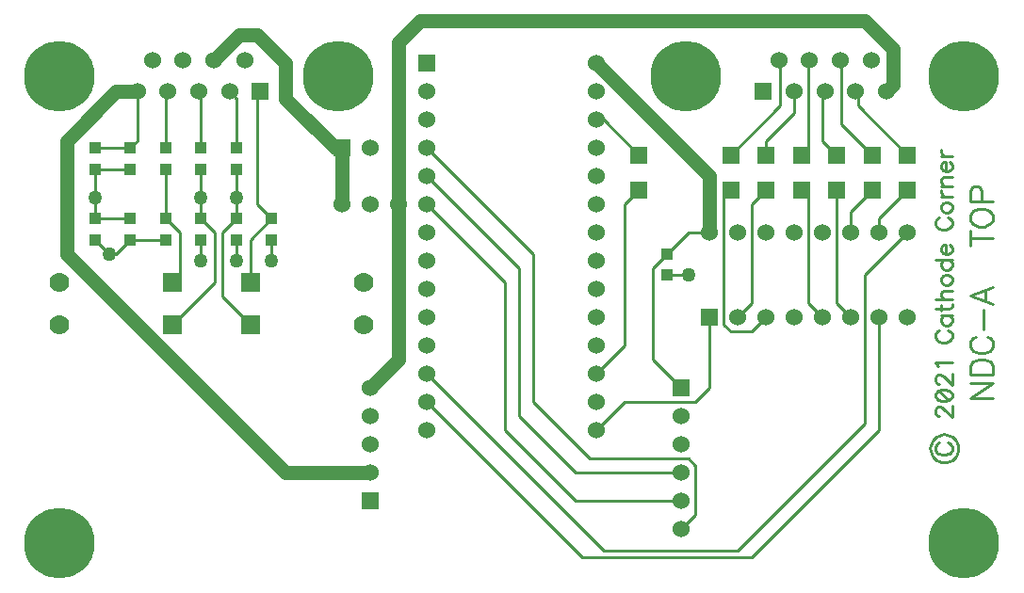
<source format=gtl>
G04*
G04  File:            NDCA2.GTL, Sun Aug 22 19:16:03 2021*
G04  Source:          P-CAD 2002 PCB, Version 17.01.22, (C:\Users\David Forbes\Documents\Designs\Nixie\CorvairDash\NDC-A\NDCA2.PCB)*
G04  Format:          Gerber Format (RS-274-D), ASCII*
G04*
G04  Format Options:  Absolute Positioning*
G04                   Leading-Zero Suppression*
G04                   Scale Factor 1:1*
G04                   NO Circular Interpolation*
G04                   Inch Units*
G04                   Numeric Format: 4.4 (XXXX.XXXX)*
G04                   G54 Used for Aperture Change*
G04                   Apertures Embedded*
G04*
G04  File Options:    Offset = (0.0mil,0.0mil)*
G04                   Drill Symbol Size = 80.0mil*
G04                   No Pad/Via Holes*
G04*
G04  File Contents:   Pads*
G04                   Vias*
G04                   No Designators*
G04                   No Types*
G04                   No Values*
G04                   No Drill Symbols*
G04                   Top*
G04*
%INNDCA2.GTL*%
%ICAS*%
%MOIN*%
G04*
G04  Aperture MACROs for general use --- invoked via D-code assignment *
G04*
G04  General MACRO for flashed round with rotation and/or offset hole *
%AMROTOFFROUND*
1,1,$1,0.0000,0.0000*
1,0,$2,$3,$4*%
G04*
G04  General MACRO for flashed oval (obround) with rotation and/or offset hole *
%AMROTOFFOVAL*
21,1,$1,$2,0.0000,0.0000,$3*
1,1,$4,$5,$6*
1,1,$4,0-$5,0-$6*
1,0,$7,$8,$9*%
G04*
G04  General MACRO for flashed oval (obround) with rotation and no hole *
%AMROTOVALNOHOLE*
21,1,$1,$2,0.0000,0.0000,$3*
1,1,$4,$5,$6*
1,1,$4,0-$5,0-$6*%
G04*
G04  General MACRO for flashed rectangle with rotation and/or offset hole *
%AMROTOFFRECT*
21,1,$1,$2,0.0000,0.0000,$3*
1,0,$4,$5,$6*%
G04*
G04  General MACRO for flashed rectangle with rotation and no hole *
%AMROTRECTNOHOLE*
21,1,$1,$2,0.0000,0.0000,$3*%
G04*
G04  General MACRO for flashed rounded-rectangle *
%AMROUNDRECT*
21,1,$1,$2-$4,0.0000,0.0000,$3*
21,1,$1-$4,$2,0.0000,0.0000,$3*
1,1,$4,$5,$6*
1,1,$4,$7,$8*
1,1,$4,0-$5,0-$6*
1,1,$4,0-$7,0-$8*
1,0,$9,$10,$11*%
G04*
G04  General MACRO for flashed rounded-rectangle with rotation and no hole *
%AMROUNDRECTNOHOLE*
21,1,$1,$2-$4,0.0000,0.0000,$3*
21,1,$1-$4,$2,0.0000,0.0000,$3*
1,1,$4,$5,$6*
1,1,$4,$7,$8*
1,1,$4,0-$5,0-$6*
1,1,$4,0-$7,0-$8*%
G04*
G04  General MACRO for flashed regular polygon *
%AMREGPOLY*
5,1,$1,0.0000,0.0000,$2,$3+$4*
1,0,$5,$6,$7*%
G04*
G04  General MACRO for flashed regular polygon with no hole *
%AMREGPOLYNOHOLE*
5,1,$1,0.0000,0.0000,$2,$3+$4*%
G04*
G04  General MACRO for target *
%AMTARGET*
6,0,0,$1,$2,$3,4,$4,$5,$6*%
G04*
G04  General MACRO for mounting hole *
%AMMTHOLE*
1,1,$1,0,0*
1,0,$2,0,0*
$1=$1-$2*
$1=$1/2*
21,1,$2+$1,$3,0,0,$4*
21,1,$3,$2+$1,0,0,$4*%
G04*
G04*
G04  D10 : "Ellipse X10.0mil Y10.0mil H0.0mil 0.0deg (0.0mil,0.0mil) Draw"*
G04  Disc: OuterDia=0.0100*
%ADD10C, 0.0100*%
G04  D11 : "Ellipse X15.0mil Y15.0mil H0.0mil 0.0deg (0.0mil,0.0mil) Draw"*
G04  Disc: OuterDia=0.0150*
%ADD11C, 0.0150*%
G04  D12 : "Ellipse X50.0mil Y50.0mil H0.0mil 0.0deg (0.0mil,0.0mil) Draw"*
G04  Disc: OuterDia=0.0500*
%ADD12C, 0.0500*%
G04  D13 : "Ellipse X6.0mil Y6.0mil H0.0mil 0.0deg (0.0mil,0.0mil) Draw"*
G04  Disc: OuterDia=0.0060*
%ADD13C, 0.0060*%
G04  D14 : "Ellipse X250.0mil Y250.0mil H0.0mil 0.0deg (0.0mil,0.0mil) Flash"*
G04  Disc: OuterDia=0.2500*
%ADD14C, 0.2500*%
G04  D15 : "Ellipse X265.0mil Y265.0mil H0.0mil 0.0deg (0.0mil,0.0mil) Flash"*
G04  Disc: OuterDia=0.2650*
%ADD15C, 0.2650*%
G04  D16 : "Ellipse X60.0mil Y60.0mil H0.0mil 0.0deg (0.0mil,0.0mil) Flash"*
G04  Disc: OuterDia=0.0600*
%ADD16C, 0.0600*%
G04  D17 : "Ellipse X70.0mil Y70.0mil H0.0mil 0.0deg (0.0mil,0.0mil) Flash"*
G04  Disc: OuterDia=0.0700*
%ADD17C, 0.0700*%
G04  D18 : "Ellipse X75.0mil Y75.0mil H0.0mil 0.0deg (0.0mil,0.0mil) Flash"*
G04  Disc: OuterDia=0.0750*
%ADD18C, 0.0750*%
G04  D19 : "Ellipse X85.0mil Y85.0mil H0.0mil 0.0deg (0.0mil,0.0mil) Flash"*
G04  Disc: OuterDia=0.0850*
%ADD19C, 0.0850*%
G04  D20 : "Rectangle X40.0mil Y40.0mil H0.0mil 0.0deg (0.0mil,0.0mil) Flash"*
G04  Square: Side=0.0400, Rotation=0.0, OffsetX=0.0000, OffsetY=0.0000, HoleDia=0.0000*
%ADD20R, 0.0400 X0.0400*%
G04  D21 : "Rectangle X55.0mil Y55.0mil H0.0mil 0.0deg (0.0mil,0.0mil) Flash"*
G04  Square: Side=0.0550, Rotation=0.0, OffsetX=0.0000, OffsetY=0.0000, HoleDia=0.0000*
%ADD21R, 0.0550 X0.0550*%
G04  D22 : "Rectangle X60.0mil Y60.0mil H0.0mil 0.0deg (0.0mil,0.0mil) Flash"*
G04  Square: Side=0.0600, Rotation=0.0, OffsetX=0.0000, OffsetY=0.0000, HoleDia=0.0000*
%ADD22R, 0.0600 X0.0600*%
G04  D23 : "Rectangle X64.0mil Y64.0mil H0.0mil 0.0deg (0.0mil,0.0mil) Flash"*
G04  Square: Side=0.0640, Rotation=0.0, OffsetX=0.0000, OffsetY=0.0000, HoleDia=0.0000*
%ADD23R, 0.0640 X0.0640*%
G04  D24 : "Rectangle X70.0mil Y70.0mil H0.0mil 0.0deg (0.0mil,0.0mil) Flash"*
G04  Square: Side=0.0700, Rotation=0.0, OffsetX=0.0000, OffsetY=0.0000, HoleDia=0.0000*
%ADD24R, 0.0700 X0.0700*%
G04  D25 : "Rectangle X75.0mil Y75.0mil H0.0mil 0.0deg (0.0mil,0.0mil) Flash"*
G04  Square: Side=0.0750, Rotation=0.0, OffsetX=0.0000, OffsetY=0.0000, HoleDia=0.0000*
%ADD25R, 0.0750 X0.0750*%
G04  D26 : "Rectangle X79.0mil Y79.0mil H0.0mil 0.0deg (0.0mil,0.0mil) Flash"*
G04  Square: Side=0.0790, Rotation=0.0, OffsetX=0.0000, OffsetY=0.0000, HoleDia=0.0000*
%ADD26R, 0.0790 X0.0790*%
G04  D27 : "Rectangle X85.0mil Y85.0mil H0.0mil 0.0deg (0.0mil,0.0mil) Flash"*
G04  Square: Side=0.0850, Rotation=0.0, OffsetX=0.0000, OffsetY=0.0000, HoleDia=0.0000*
%ADD27R, 0.0850 X0.0850*%
G04  D28 : "Ellipse X50.0mil Y50.0mil H0.0mil 0.0deg (0.0mil,0.0mil) Flash"*
G04  Disc: OuterDia=0.0500*
%ADD28C, 0.0500*%
G04  D29 : "Ellipse X65.0mil Y65.0mil H0.0mil 0.0deg (0.0mil,0.0mil) Flash"*
G04  Disc: OuterDia=0.0650*
%ADD29C, 0.0650*%
G04*
%FSLAX44Y44*%
%SFA1B1*%
%OFA0.0000B0.0000*%
G04*
G70*
G90*
G01*
D2*
%LNTop*%
G54D10*
X32750Y43000*
Y43750D1*
Y44750*
X33250Y41750D2*
X33500D1*
X35750Y41000D2*
X35500Y40750D1*
X34000Y42250D2*
X35250D1*
Y44750D2*
Y43000D1*
X35750Y42500*
D2*
G54D12*
X34240Y47500*
X34250D1*
X33500D2*
X34240D1*
D2*
G54D10*
Y45750*
Y47500D1*
Y45750D2*
X34000Y45510D1*
Y45500D2*
Y45510D1*
X35330Y47500D2*
X35250Y47420D1*
Y45500*
X37250Y40250D2*
X38250Y39250D1*
X37750Y43000D2*
X37250Y42500D1*
X37750Y44750D2*
Y43750D1*
Y43000*
X36500D2*
X37000Y42500D1*
X36500Y44750D2*
Y43750D1*
Y43000*
X38600Y47500D2*
X38500Y47400D1*
X37510Y47500D2*
X37750Y47260D1*
Y45500*
X36420Y47500D2*
X36500Y47420D1*
Y45500*
D2*
G54D12*
X37840Y49500*
X38500D1*
X36960Y48620D2*
X37840Y49500D1*
X41250Y45500D2*
X41500D1*
X39500Y47250D2*
X41250Y45500D1*
X43500Y38000D2*
X42500Y37000D1*
X43500Y49250D2*
X44250Y50000D1*
D2*
G54D10*
X50500Y46500*
X50750D1*
X52500Y38000D2*
X53500Y37000D1*
X53000Y41000D2*
X53750D1*
X52500Y41250D2*
X53000Y41750D1*
X52000Y44000D2*
X51500Y43500D1*
X56000Y40000D2*
X55500Y39500D1*
X55250Y44000D2*
X55000Y43750D1*
D2*
G54D12*
X54500Y44500*
Y42500D1*
D2*
G54D10*
X56500Y44000*
X56000Y43500D1*
X56500Y45750D2*
Y45250D1*
X58000Y40000D2*
X58500Y39500D1*
X59000Y40000D2*
X59500Y39500D1*
X57750Y44000D2*
X58000Y43750D1*
X59500Y43250D2*
Y42500D1*
X57490Y47500D2*
X57500Y47490D1*
Y46750*
X58500Y45750D2*
X59000Y45250D1*
X58580Y47500D2*
X58500Y47420D1*
Y45750*
X59670Y47500D2*
X59750Y47420D1*
Y47000*
X58000Y45500D2*
X57750Y45250D1*
X58030Y48620D2*
X58000Y48590D1*
X59120Y48620D2*
X59150Y48590D1*
X61500Y44000D2*
X60500Y43000D1*
Y42500*
D2*
G54D12*
X31750Y41750*
Y45750D1*
D2*
G54D10*
X33500Y41750*
X34000Y42250D1*
X35750Y42500D2*
Y41000D1*
X37750Y42250D2*
Y41500D1*
X36500Y42250D2*
Y41500D1*
X38250Y42250D2*
Y40750D1*
X38500Y47400D2*
Y43500D1*
X37250Y42500D2*
Y40250D1*
X37000Y42500D2*
Y40750D1*
D2*
G54D12*
X41500Y43500*
Y45500D1*
X39500Y48500D2*
Y47250D1*
X43500Y38000D2*
Y43500D1*
D2*
G54D10*
X48250Y36500*
X50250Y34500D1*
X51500Y43500D2*
Y38500D1*
X52500Y41250D2*
Y38000D1*
X53000Y41750D2*
X53750Y42500D1*
X55000Y43750D2*
Y39250D1*
X55250Y39000*
X56000*
X56500Y39500*
X56000Y43500D2*
Y40000D1*
X58000Y43750D2*
Y40000D1*
X59000Y44000D2*
Y40000D1*
X58000Y48590D2*
Y45500D1*
X59150Y48590D2*
Y46350D1*
D2*
G54D12*
X61000Y49000*
Y47750D1*
X60750Y47500*
D2*
G54D10*
X63710Y42307*
X64518D1*
X63710Y42038D2*
Y42576D1*
Y42961D2*
X63749Y42884D1*
X63826Y42807*
X63903Y42769*
X64018Y42730*
X64210*
X64326Y42769*
X64403Y42807*
X64480Y42884*
X64518Y42961*
Y43115*
X64480Y43192*
X64403Y43269*
X64326Y43307*
X64210Y43346*
X64018*
X63903Y43307*
X63826Y43269*
X63749Y43192*
X63710Y43115*
Y42961*
X64133Y43615D2*
Y43961D1*
X64095Y44077*
X64056Y44115*
X63980Y44154*
X63864*
X63787Y44115*
X63749Y44077*
X63710Y43961*
Y43615*
X64518*
D2*
G54D12*
X43500Y43500*
Y49250D1*
D2*
G54D10*
X47750Y41250*
Y36000D1*
X47250Y40750D2*
Y35500D1*
X48250Y41750D2*
Y36500D1*
X54500Y37000D2*
Y39500D1*
X60500Y35500D2*
Y39500D1*
X63719Y37186D2*
X64520D1*
X63719Y36652*
X64520*
X63719Y37492D2*
X64520D1*
Y37759*
X64482Y37873*
X64406Y37950*
X64329Y37988*
X64215Y38026*
X64024*
X63909Y37988*
X63833Y37950*
X63757Y37873*
X63719Y37759*
Y37492*
X63909Y38828D2*
X63833Y38789D1*
X63757Y38713*
X63719Y38637*
Y38484*
X63757Y38408*
X63833Y38331*
X63909Y38293*
X64024Y38255*
X64215*
X64329Y38293*
X64406Y38331*
X64482Y38408*
X64520Y38484*
Y38637*
X64482Y38713*
X64406Y38789*
X64329Y38828*
X64177Y39095D2*
Y39782D1*
X64520Y40583D2*
X63719Y40278D1*
X64520Y39973*
X64253Y40087D2*
Y40469D1*
X37000Y40750D2*
X35500Y39250D1*
X32750Y43000D2*
X34000D1*
X32750Y44750D2*
X34000D1*
D2*
G54D12*
X31750Y45750*
X33500Y47500D1*
D2*
G54D10*
X32750Y45500*
X34000D1*
D2*
G54D12*
X42500Y34000*
X39500D1*
D2*
G54D10*
X39000Y43000*
X38250Y42250D1*
X38500Y43500D2*
X39000Y43000D1*
D2*
G54D12*
X38500Y49500*
X39500Y48500D1*
D2*
G54D10*
X54000Y32500*
X53500Y32000D1*
X50000Y31000D2*
X56000D1*
X50750Y31250D2*
X55500D1*
X49750Y34000D2*
X53500D1*
X53750Y34500D2*
X54000Y34250D1*
X50250Y34500D2*
X53750D1*
X51500Y38500D2*
X50500Y37500D1*
X54000Y36500D2*
X54500Y37000D1*
X54000Y36500D2*
X51500D1*
X53750Y42500D2*
X54500D1*
X60250Y44000D2*
X59500Y43250D1*
X57000Y47000D2*
X55250Y45250D1*
X57500Y46750D2*
X56500Y45750D1*
X50750Y46500D2*
X52000Y45250D1*
X59150Y46350D2*
X60250Y45250D1*
X56940Y48620D2*
X57000Y48560D1*
D2*
G54D12*
X60000Y50000*
X61000Y49000D1*
D2*
G54D10*
X62800Y34370*
X62897Y34379D1*
X62991Y34408*
X63077Y34454*
X63153Y34516*
X63215Y34592*
X63261Y34678*
X63290Y34772*
X63300Y34870*
X63290Y34967*
X63261Y35061*
X63215Y35147*
X63153Y35223*
X63077Y35285*
X62991Y35331*
X62897Y35360*
X62800Y35370*
X62702Y35360*
X62608Y35331*
X62522Y35285*
X62446Y35223*
X62384Y35147*
X62338Y35061*
X62309Y34967*
X62300Y34870*
X62309Y34772*
X62338Y34678*
X62384Y34592*
X62446Y34516*
X62522Y34454*
X62608Y34408*
X62702Y34379*
X62800Y34370*
X32750Y42250D2*
X33250Y41750D1*
X39000Y42250D2*
Y41500D1*
X44500Y44500D2*
X47750Y41250D1*
X44500Y43500D2*
X47250Y40750D1*
X44500Y45500D2*
X48250Y41750D1*
X49750Y33000D2*
X53500D1*
X54000Y34250D2*
Y32500D1*
X56000Y31000D2*
X60500Y35500D1*
X51500Y36500D2*
X50500Y35500D1*
X55500Y31250D2*
X60000Y35750D1*
X57000Y48560D2*
Y47000D1*
D2*
G54D12*
X50500Y48500*
X54500Y44500D1*
D2*
G54D10*
X60000Y35750*
Y41000D1*
X62620Y35067D2*
X62563Y35038D1*
X62506Y34981*
X62477Y34924*
Y34810*
X62506Y34753*
X62563Y34696*
X62620Y34668*
X62705Y34639*
X62848*
X62933Y34668*
X62990Y34696*
X63047Y34753*
X63076Y34810*
Y34924*
X63047Y34981*
X62990Y35038*
X62933Y35067*
X62620Y36008D2*
X62591D1*
X62534Y36036*
X62506Y36065*
X62477Y36122*
Y36236*
X62506Y36293*
X62534Y36321*
X62591Y36350*
X62648*
X62705Y36321*
X62791Y36264*
X63076Y35979*
Y36378*
X62477Y36721D2*
X62506Y36635D1*
X62591Y36578*
X62734Y36550*
X62819*
X62962Y36578*
X63047Y36635*
X63076Y36721*
Y36778*
X63047Y36863*
X62962Y36920*
X62819Y36949*
X62734*
X62591Y36920*
X62506Y36863*
X62477Y36778*
Y36721*
X62591Y36920D2*
X62962Y36578D1*
X62620Y37148D2*
X62591D1*
X62534Y37177*
X62506Y37205*
X62477Y37262*
Y37376*
X62506Y37433*
X62534Y37462*
X62591Y37490*
X62648*
X62705Y37462*
X62791Y37405*
X63076Y37120*
Y37519*
X62591Y37776D2*
X62563Y37833D1*
X62477Y37918*
X63076*
X62620Y39059D2*
X62563Y39030D1*
X62506Y38973*
X62477Y38916*
Y38802*
X62506Y38745*
X62563Y38688*
X62620Y38659*
X62705Y38631*
X62848*
X62933Y38659*
X62990Y38688*
X63047Y38745*
X63076Y38802*
Y38916*
X63047Y38973*
X62990Y39030*
X62933Y39059*
X62677Y39572D2*
X63076D1*
X62762D2*
X62705Y39515D1*
X62677Y39458*
Y39372*
X62705Y39315*
X62762Y39258*
X62848Y39230*
X62905*
X62990Y39258*
X63047Y39315*
X63076Y39372*
Y39458*
X63047Y39515*
X62990Y39572*
X62477Y39828D2*
X62962D1*
X63047Y39857*
X63076Y39914*
Y39971*
X62677Y39743D2*
Y39942D1*
X62477Y40142D2*
X63076D1*
X62791D2*
X62705Y40228D1*
X62677Y40285*
Y40370*
X62705Y40427*
X62791Y40456*
X63076*
X62677Y40798D2*
X62705Y40741D1*
X62762Y40684*
X62848Y40655*
X62905*
X62990Y40684*
X63047Y40741*
X63076Y40798*
Y40883*
X63047Y40940*
X62990Y40997*
X62905Y41026*
X62848*
X62762Y40997*
X62705Y40940*
X62677Y40883*
Y40798*
X62477Y41539D2*
X63076D1*
X62762D2*
X62705Y41482D1*
X62677Y41425*
Y41340*
X62705Y41283*
X62762Y41226*
X62848Y41197*
X62905*
X62990Y41226*
X63047Y41283*
X63076Y41340*
Y41425*
X63047Y41482*
X62990Y41539*
X62848Y41739D2*
Y42081D1*
X62791*
X62734Y42052*
X62705Y42024*
X62677Y41967*
Y41881*
X62705Y41824*
X62762Y41767*
X62848Y41739*
X62905*
X62990Y41767*
X63047Y41824*
X63076Y41881*
Y41967*
X63047Y42024*
X62990Y42081*
X62620Y43050D2*
X62563Y43022D1*
X62506Y42965*
X62477Y42908*
Y42794*
X62506Y42737*
X62563Y42680*
X62620Y42651*
X62705Y42623*
X62848*
X62933Y42651*
X62990Y42680*
X63047Y42737*
X63076Y42794*
Y42908*
X63047Y42965*
X62990Y43022*
X62933Y43050*
X62677Y43364D2*
X62705Y43307D1*
X62762Y43250*
X62848Y43221*
X62905*
X62990Y43250*
X63047Y43307*
X63076Y43364*
Y43449*
X63047Y43506*
X62990Y43563*
X62905Y43592*
X62848*
X62762Y43563*
X62705Y43506*
X62677Y43449*
Y43364*
Y43792D2*
X63076D1*
X62848D2*
X62762Y43820D1*
X62705Y43877*
X62677Y43934*
Y44020*
Y44162D2*
X63076D1*
X62791D2*
X62705Y44248D1*
X62677Y44305*
Y44390*
X62705Y44447*
X62791Y44476*
X63076*
X62848Y44675D2*
Y45018D1*
X62791*
X62734Y44989*
X62705Y44961*
X62677Y44904*
Y44818*
X62705Y44761*
X62762Y44704*
X62848Y44675*
X62905*
X62990Y44704*
X63047Y44761*
X63076Y44818*
Y44904*
X63047Y44961*
X62990Y45018*
X62677Y45217D2*
X63076D1*
X62848D2*
X62762Y45246D1*
X62705Y45303*
X62677Y45360*
Y45445*
X59750Y47000D2*
X61500Y45250D1*
X47750Y36000D2*
X49750Y34000D1*
X47250Y35500D2*
X49750Y33000D1*
X44500Y36500D2*
X50000Y31000D1*
X60000Y41000D2*
X61500Y42500D1*
D2*
G54D12*
X39500Y34000*
X31750Y41750D1*
D2*
G54D10*
X44500Y37500*
X50750Y31250D1*
D2*
G54D12*
X44250Y50000*
X60000D1*
D2*
G54D14*
X31500Y31500D3*
G54D28*
X37750Y41500D3*
X36500D3*
X37750Y43750D3*
X36500D3*
G54D20*
X35250Y44750D3*
Y45500D3*
X34000Y44750D3*
Y45500D3*
Y42250D3*
Y43000D3*
X37750Y44750D3*
Y45500D3*
X36500Y44750D3*
Y45500D3*
X37750Y43000D3*
Y42250D3*
X36500Y43000D3*
Y42250D3*
G54D23*
X52000Y45250D3*
Y44000D3*
G54D20*
X53000Y41750D3*
Y41000D3*
G54D23*
X55250Y44000D3*
Y45250D3*
X57750Y44000D3*
Y45250D3*
X59000Y44000D3*
Y45250D3*
X61500Y44000D3*
Y45250D3*
G54D24*
X35500Y40750D3*
G54D17*
X31500D3*
G54D28*
X32750Y43750D3*
X39000Y41500D3*
X53750Y41000D3*
G54D14*
X63500Y31500D3*
G54D28*
X33250Y41750D3*
G54D24*
X35500Y39250D3*
G54D17*
X31500D3*
G54D20*
X32750Y44750D3*
Y45500D3*
X35250Y43000D3*
Y42250D3*
X32750Y43000D3*
Y42250D3*
G54D16*
X42500Y43500D3*
X41500D3*
X43500D3*
G54D22*
X41500Y45500D3*
G54D16*
X42500D3*
G54D20*
X39000Y43000D3*
Y42250D3*
G54D23*
X56500Y44000D3*
Y45250D3*
X60250Y44000D3*
Y45250D3*
G54D24*
X38250Y40750D3*
G54D17*
X42250D3*
G54D24*
X38250Y39250D3*
G54D17*
X42250D3*
G54D16*
X42500Y36000D3*
Y35000D3*
G54D22*
Y33000D3*
G54D16*
Y37000D3*
Y34000D3*
G54D22*
X38600Y47500D3*
G54D16*
X37510D3*
X34240D3*
X35330D3*
X38050Y48620D3*
X36960D3*
X34780D3*
X36420Y47500D3*
X35870Y48620D3*
G54D14*
X41340Y48060D3*
X31500D3*
G54D16*
X44500Y35500D3*
Y38500D3*
Y37500D3*
Y41500D3*
Y40500D3*
Y44500D3*
Y43500D3*
Y47500D3*
Y46500D3*
X50500Y35500D3*
Y38500D3*
Y37500D3*
Y41500D3*
Y40500D3*
Y44500D3*
Y43500D3*
Y47500D3*
Y46500D3*
X44500Y42500D3*
Y39500D3*
Y36500D3*
G54D22*
Y48500D3*
G54D16*
Y45500D3*
X50500Y42500D3*
Y39500D3*
Y36500D3*
Y48500D3*
Y45500D3*
X60500Y39500D3*
X61500D3*
X60500Y42500D3*
X61500D3*
X57500Y39500D3*
X58500D3*
X57500Y42500D3*
X58500D3*
G54D22*
X54500Y39500D3*
G54D16*
X55500D3*
X54500Y42500D3*
X55500D3*
X59500Y39500D3*
X56500D3*
X59500Y42500D3*
X56500D3*
X53500Y33000D3*
Y34000D3*
G54D22*
Y37000D3*
G54D16*
Y36000D3*
Y35000D3*
Y32000D3*
X59120Y48620D3*
X60210D3*
X56940D3*
X60760Y47500D3*
X59670D3*
X57490D3*
G54D22*
X56400D3*
G54D16*
X58030Y48620D3*
X58580Y47500D3*
G54D14*
X63500Y48060D3*
X53660D3*
D02M02*

</source>
